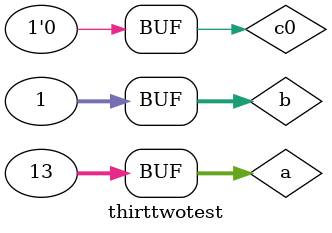
<source format=v>
`timescale 1ns / 1ps


module thirttwotest;

	// Inputs
	reg c0 = 0;
	reg [31:0] a;
	reg [31:0] b;

	// Outputs
	wire [31:0] s;

	// Instantiate the Unit Under Test (UUT)
	thirtyTwoBitsFullAdder uut (
		.a(a), 
		.b(b), 
		.s(s)
	);

	initial begin
		#100;
		a = 647;
		b = 6100;
		c0 = 0;

		// Wait 100 ns for global reset to finish
		#100;		
		a = 6100;
		b = 7;
		c0 = 1;
		
		#100;		
		a = 1;
		b = 1;
		c0 = 0;

		#100;		
		a = 2;
		b = 1;
		c0 = 0;

		#100;		
		a = 9;
		b = 8;
		c0 = 0;

		#100;		
		a = 12;
		b = 10;
		c0 = 0;

		#100;		
		a = 15;
		b = 15;
		c0 = 0;

		#100;		
		a = 3;
		b = 4;
		c0 = 0;

		#100;		
		a = 15;
		b = 15;
		c0 = 1;

		#100;		
		a = 9;
		b = 9;
		c0 = 0;

		#100;		
		a = 5;
		b = 1;
		c0 = 0;
		
		#100;		
		a = 13;
		b = 1;
		c0 = 0;		

		// Add stimulus here

	end
      
endmodule


</source>
